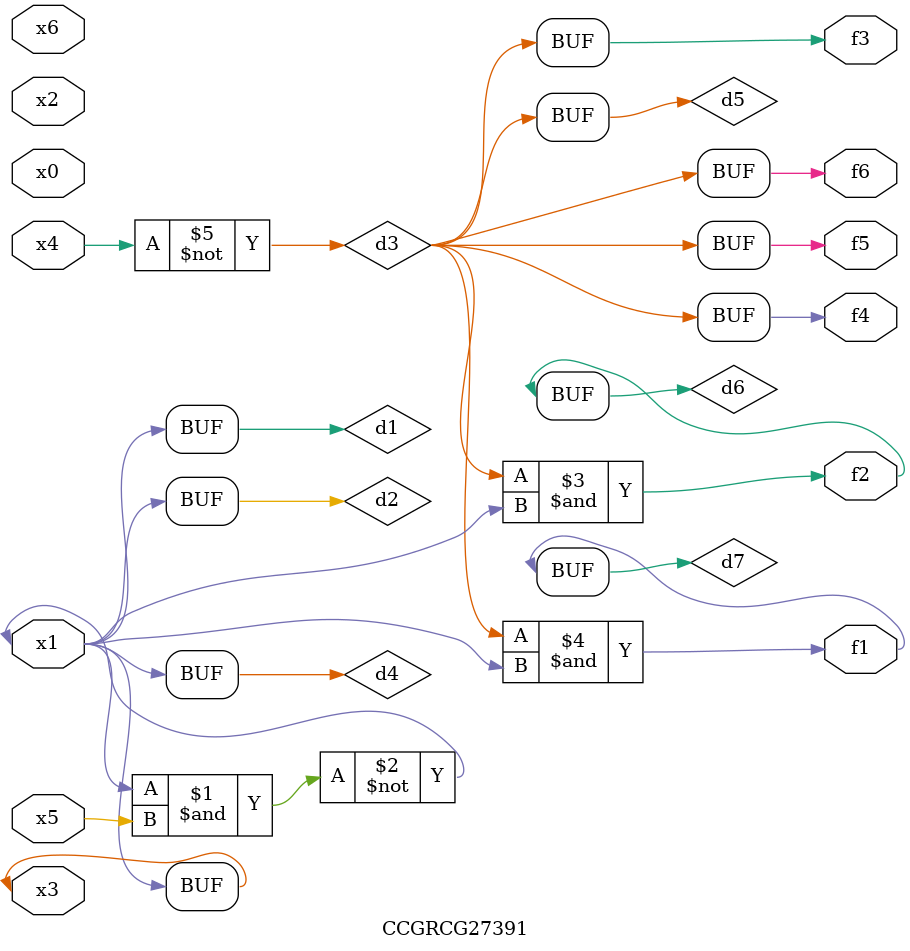
<source format=v>
module CCGRCG27391(
	input x0, x1, x2, x3, x4, x5, x6,
	output f1, f2, f3, f4, f5, f6
);

	wire d1, d2, d3, d4, d5, d6, d7;

	buf (d1, x1, x3);
	nand (d2, x1, x5);
	not (d3, x4);
	buf (d4, d1, d2);
	buf (d5, d3);
	and (d6, d3, d4);
	and (d7, d3, d4);
	assign f1 = d7;
	assign f2 = d6;
	assign f3 = d5;
	assign f4 = d5;
	assign f5 = d5;
	assign f6 = d5;
endmodule

</source>
